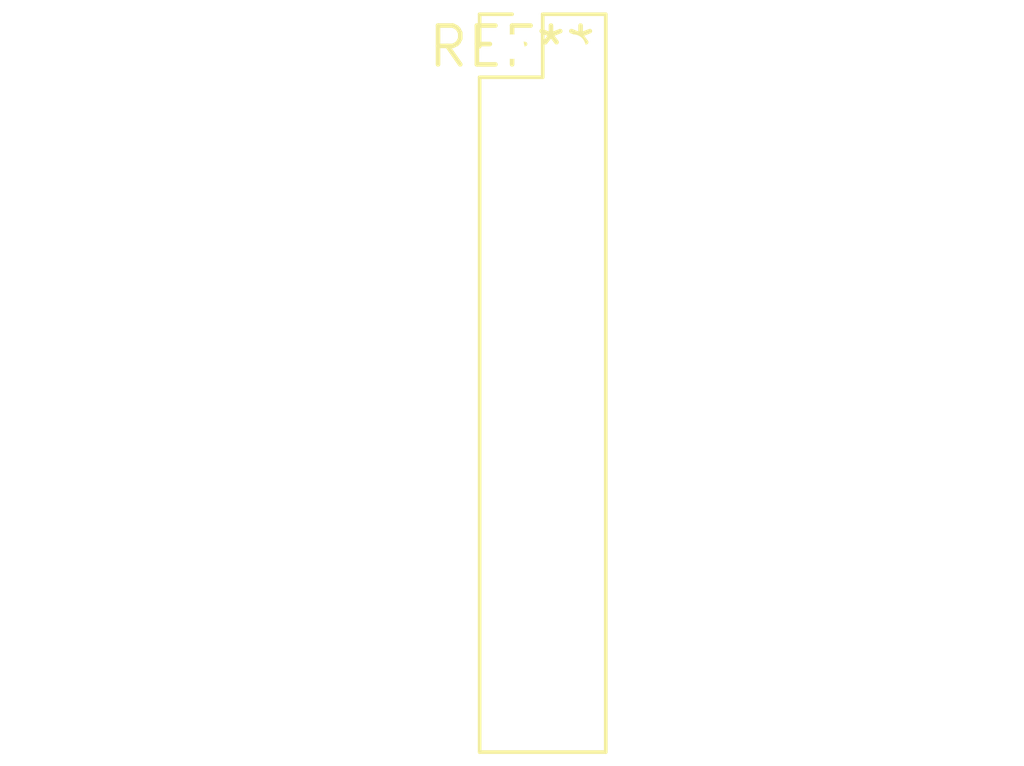
<source format=kicad_pcb>
(kicad_pcb (version 20240108) (generator pcbnew)
  (layers (0 "F.Cu" signal) (31 "B.Cu" signal) (34 "B.Paste" user) (35 "F.Paste" user) (36 "B.SilkS" user "B.Silkscreen") (37 "F.SilkS" user "F.Silkscreen") (38 "B.Mask" user) (39 "F.Mask" user) (44 "Edge.Cuts" user))
  (net 0 "")
  (footprint "PinHeader_2x12_P2.00mm_Vertical" (layer "F.Cu") (at 0 0)
    (property "Reference" "REF**")
    (property "Value" "PinHeader_2x12_P2.00mm_Vertical")
    (fp_line (start -1.06 -1.06) (end 0 -1.06) (layer "F.SilkS") (stroke (width 0.12)))
    (fp_line (start -1.06 0) (end -1.06 -1.06) (layer "F.SilkS") (stroke (width 0.12)))
    (fp_line (start -1.06 1) (end -1.06 23.06) (layer "F.SilkS") (stroke (width 0.12)))
    (fp_line (start -1.06 1) (end 1 1) (layer "F.SilkS") (stroke (width 0.12)))
    (fp_line (start -1.06 23.06) (end 3.06 23.06) (layer "F.SilkS") (stroke (width 0.12)))
    (fp_line (start 1 -1.06) (end 3.06 -1.06) (layer "F.SilkS") (stroke (width 0.12)))
    (fp_line (start 1 1) (end 1 -1.06) (layer "F.SilkS") (stroke (width 0.12)))
    (fp_line (start 3.06 -1.06) (end 3.06 23.06) (layer "F.SilkS") (stroke (width 0.12)))
    (pad "1" thru_hole rect (at 0 0) (size 1.35 1.35) (drill 0.8) (layers *.Cu *.Mask) (remove_unused_layers))
    (pad "2" thru_hole oval (at 2 0) (size 1.35 1.35) (drill 0.8) (layers *.Cu *.Mask) (remove_unused_layers))
    (pad "3" thru_hole oval (at 0 2) (size 1.35 1.35) (drill 0.8) (layers *.Cu *.Mask) (remove_unused_layers))
    (pad "4" thru_hole oval (at 2 2) (size 1.35 1.35) (drill 0.8) (layers *.Cu *.Mask) (remove_unused_layers))
    (pad "5" thru_hole oval (at 0 4) (size 1.35 1.35) (drill 0.8) (layers *.Cu *.Mask) (remove_unused_layers))
    (pad "6" thru_hole oval (at 2 4) (size 1.35 1.35) (drill 0.8) (layers *.Cu *.Mask) (remove_unused_layers))
    (pad "7" thru_hole oval (at 0 6) (size 1.35 1.35) (drill 0.8) (layers *.Cu *.Mask) (remove_unused_layers))
    (pad "8" thru_hole oval (at 2 6) (size 1.35 1.35) (drill 0.8) (layers *.Cu *.Mask) (remove_unused_layers))
    (pad "9" thru_hole oval (at 0 8) (size 1.35 1.35) (drill 0.8) (layers *.Cu *.Mask) (remove_unused_layers))
    (pad "10" thru_hole oval (at 2 8) (size 1.35 1.35) (drill 0.8) (layers *.Cu *.Mask) (remove_unused_layers))
    (pad "11" thru_hole oval (at 0 10) (size 1.35 1.35) (drill 0.8) (layers *.Cu *.Mask) (remove_unused_layers))
    (pad "12" thru_hole oval (at 2 10) (size 1.35 1.35) (drill 0.8) (layers *.Cu *.Mask) (remove_unused_layers))
    (pad "13" thru_hole oval (at 0 12) (size 1.35 1.35) (drill 0.8) (layers *.Cu *.Mask) (remove_unused_layers))
    (pad "14" thru_hole oval (at 2 12) (size 1.35 1.35) (drill 0.8) (layers *.Cu *.Mask) (remove_unused_layers))
    (pad "15" thru_hole oval (at 0 14) (size 1.35 1.35) (drill 0.8) (layers *.Cu *.Mask) (remove_unused_layers))
    (pad "16" thru_hole oval (at 2 14) (size 1.35 1.35) (drill 0.8) (layers *.Cu *.Mask) (remove_unused_layers))
    (pad "17" thru_hole oval (at 0 16) (size 1.35 1.35) (drill 0.8) (layers *.Cu *.Mask) (remove_unused_layers))
    (pad "18" thru_hole oval (at 2 16) (size 1.35 1.35) (drill 0.8) (layers *.Cu *.Mask) (remove_unused_layers))
    (pad "19" thru_hole oval (at 0 18) (size 1.35 1.35) (drill 0.8) (layers *.Cu *.Mask) (remove_unused_layers))
    (pad "20" thru_hole oval (at 2 18) (size 1.35 1.35) (drill 0.8) (layers *.Cu *.Mask) (remove_unused_layers))
    (pad "21" thru_hole oval (at 0 20) (size 1.35 1.35) (drill 0.8) (layers *.Cu *.Mask) (remove_unused_layers))
    (pad "22" thru_hole oval (at 2 20) (size 1.35 1.35) (drill 0.8) (layers *.Cu *.Mask) (remove_unused_layers))
    (pad "23" thru_hole oval (at 0 22) (size 1.35 1.35) (drill 0.8) (layers *.Cu *.Mask) (remove_unused_layers))
    (pad "24" thru_hole oval (at 2 22) (size 1.35 1.35) (drill 0.8) (layers *.Cu *.Mask) (remove_unused_layers))
  )
)
</source>
